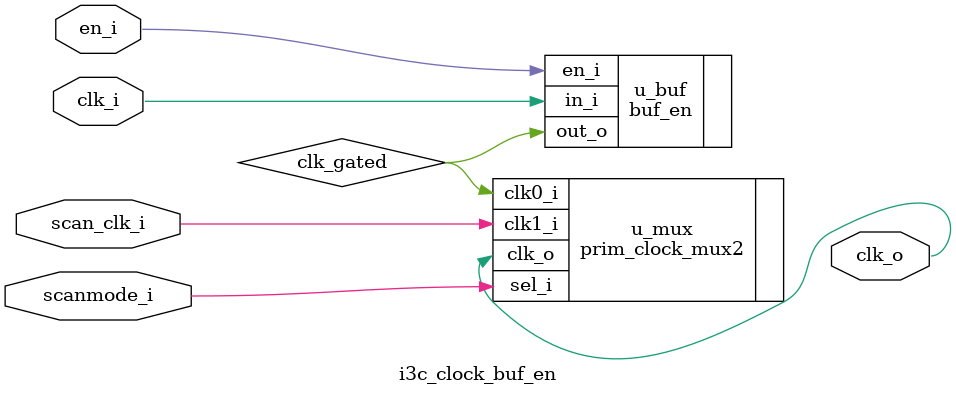
<source format=sv>


module i3c_clock_buf_en #(
  parameter bit OutDisabled = 1'b0,  // output state when disabled.
  parameter bit NoFpgaBufG  = 1'b0   // only used in FPGA case
) (
  input   en_i,
  input   clk_i,
  input   scanmode_i,
  input   scan_clk_i,
  output  clk_o
);

  // Gated input clock.
  logic clk_gated;
  buf_en #(
    .Width        (1),
    .OutDisabled  (OutDisabled)
  ) u_buf (
    .en_i   (en_i),
    .in_i   (clk_i),
    .out_o  (clk_gated)
  );

  // Scan chain clocking.
  prim_clock_mux2 #(
    .NoFpgaBufG (NoFpgaBufG)
  ) u_mux (
    .clk0_i (clk_gated),
    .clk1_i (scan_clk_i),
    .sel_i  (scanmode_i),
    .clk_o  (clk_o)
  );

endmodule

</source>
